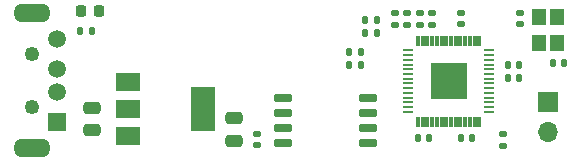
<source format=gbr>
%TF.GenerationSoftware,KiCad,Pcbnew,(6.0.7)*%
%TF.CreationDate,2022-08-26T02:46:55-07:00*%
%TF.ProjectId,RP2040_Injector,52503230-3430-45f4-996e-6a6563746f72,rev?*%
%TF.SameCoordinates,Original*%
%TF.FileFunction,Soldermask,Top*%
%TF.FilePolarity,Negative*%
%FSLAX46Y46*%
G04 Gerber Fmt 4.6, Leading zero omitted, Abs format (unit mm)*
G04 Created by KiCad (PCBNEW (6.0.7)) date 2022-08-26 02:46:55*
%MOMM*%
%LPD*%
G01*
G04 APERTURE LIST*
G04 Aperture macros list*
%AMRoundRect*
0 Rectangle with rounded corners*
0 $1 Rounding radius*
0 $2 $3 $4 $5 $6 $7 $8 $9 X,Y pos of 4 corners*
0 Add a 4 corners polygon primitive as box body*
4,1,4,$2,$3,$4,$5,$6,$7,$8,$9,$2,$3,0*
0 Add four circle primitives for the rounded corners*
1,1,$1+$1,$2,$3*
1,1,$1+$1,$4,$5*
1,1,$1+$1,$6,$7*
1,1,$1+$1,$8,$9*
0 Add four rect primitives between the rounded corners*
20,1,$1+$1,$2,$3,$4,$5,0*
20,1,$1+$1,$4,$5,$6,$7,0*
20,1,$1+$1,$6,$7,$8,$9,0*
20,1,$1+$1,$8,$9,$2,$3,0*%
G04 Aperture macros list end*
%ADD10RoundRect,0.135000X0.135000X0.185000X-0.135000X0.185000X-0.135000X-0.185000X0.135000X-0.185000X0*%
%ADD11RoundRect,0.218750X-0.218750X-0.256250X0.218750X-0.256250X0.218750X0.256250X-0.218750X0.256250X0*%
%ADD12RoundRect,0.135000X-0.135000X-0.185000X0.135000X-0.185000X0.135000X0.185000X-0.135000X0.185000X0*%
%ADD13RoundRect,0.140000X-0.140000X-0.170000X0.140000X-0.170000X0.140000X0.170000X-0.140000X0.170000X0*%
%ADD14R,2.000000X1.500000*%
%ADD15R,2.000000X3.800000*%
%ADD16RoundRect,0.140000X0.170000X-0.140000X0.170000X0.140000X-0.170000X0.140000X-0.170000X-0.140000X0*%
%ADD17RoundRect,0.140000X0.140000X0.170000X-0.140000X0.170000X-0.140000X-0.170000X0.140000X-0.170000X0*%
%ADD18RoundRect,0.150000X0.650000X0.150000X-0.650000X0.150000X-0.650000X-0.150000X0.650000X-0.150000X0*%
%ADD19O,3.150000X1.575000*%
%ADD20C,1.508000*%
%ADD21R,1.508000X1.508000*%
%ADD22C,1.250000*%
%ADD23R,1.700000X1.700000*%
%ADD24O,1.700000X1.700000*%
%ADD25RoundRect,0.250000X0.475000X-0.250000X0.475000X0.250000X-0.475000X0.250000X-0.475000X-0.250000X0*%
%ADD26RoundRect,0.135000X-0.185000X0.135000X-0.185000X-0.135000X0.185000X-0.135000X0.185000X0.135000X0*%
%ADD27RoundRect,0.006000X0.094000X-0.414000X0.094000X0.414000X-0.094000X0.414000X-0.094000X-0.414000X0*%
%ADD28RoundRect,0.020000X0.400000X-0.080000X0.400000X0.080000X-0.400000X0.080000X-0.400000X-0.080000X0*%
%ADD29R,3.100000X3.100000*%
%ADD30R,1.200000X1.400000*%
G04 APERTURE END LIST*
D10*
%TO.C,R1*%
X131290000Y-96900000D03*
X132310000Y-96900000D03*
%TD*%
D11*
%TO.C,D1*%
X132975000Y-95250000D03*
X131400000Y-95250000D03*
%TD*%
D12*
%TO.C,R3*%
X155490000Y-96000000D03*
X156510000Y-96000000D03*
%TD*%
D13*
%TO.C,C15*%
X171350000Y-99650000D03*
X172310000Y-99650000D03*
%TD*%
D14*
%TO.C,U1*%
X135400000Y-101200000D03*
X135400000Y-103500000D03*
D15*
X141700000Y-103500000D03*
D14*
X135400000Y-105800000D03*
%TD*%
D16*
%TO.C,C13*%
X157990000Y-96360000D03*
X157990000Y-95400000D03*
%TD*%
%TO.C,C14*%
X146300000Y-106580000D03*
X146300000Y-105620000D03*
%TD*%
D13*
%TO.C,C4*%
X163545000Y-105950000D03*
X164505000Y-105950000D03*
%TD*%
D17*
%TO.C,C9*%
X155080000Y-98700000D03*
X154120000Y-98700000D03*
%TD*%
D18*
%TO.C,U2*%
X155700000Y-106405000D03*
X155700000Y-105135000D03*
X155700000Y-103865000D03*
X155700000Y-102595000D03*
X148500000Y-102595000D03*
X148500000Y-103865000D03*
X148500000Y-105135000D03*
X148500000Y-106405000D03*
%TD*%
D17*
%TO.C,C12*%
X155080000Y-99800000D03*
X154120000Y-99800000D03*
%TD*%
D19*
%TO.C,J1*%
X127300000Y-95400000D03*
X127300000Y-106800000D03*
D20*
X129400000Y-97600000D03*
X129400000Y-100100000D03*
X129400000Y-102100000D03*
D21*
X129400000Y-104600000D03*
D22*
X127300000Y-103350000D03*
X127300000Y-98850000D03*
%TD*%
D13*
%TO.C,C11*%
X167570000Y-99750000D03*
X168530000Y-99750000D03*
%TD*%
D16*
%TO.C,C10*%
X160090000Y-96360000D03*
X160090000Y-95400000D03*
%TD*%
D13*
%TO.C,C3*%
X159920000Y-105950000D03*
X160880000Y-105950000D03*
%TD*%
D23*
%TO.C,J2*%
X170970000Y-102875000D03*
D24*
X170970000Y-105415000D03*
%TD*%
D16*
%TO.C,C7*%
X161140000Y-96360000D03*
X161140000Y-95400000D03*
%TD*%
D25*
%TO.C,C2*%
X144400000Y-106200000D03*
X144400000Y-104300000D03*
%TD*%
D13*
%TO.C,C5*%
X167570000Y-100850000D03*
X168530000Y-100850000D03*
%TD*%
D16*
%TO.C,C16*%
X168550000Y-96300000D03*
X168550000Y-95340000D03*
%TD*%
D12*
%TO.C,R4*%
X155490000Y-97100000D03*
X156510000Y-97100000D03*
%TD*%
D16*
%TO.C,C8*%
X159040000Y-96360000D03*
X159040000Y-95400000D03*
%TD*%
D26*
%TO.C,R2*%
X167170000Y-105650000D03*
X167170000Y-106670000D03*
%TD*%
D25*
%TO.C,C1*%
X132300000Y-105300000D03*
X132300000Y-103400000D03*
%TD*%
D27*
%TO.C,U3*%
X159935000Y-104585000D03*
X160335000Y-104585000D03*
X160735000Y-104585000D03*
X161135000Y-104585000D03*
X161535000Y-104585000D03*
X161935000Y-104585000D03*
X162335000Y-104585000D03*
X162735000Y-104585000D03*
X163135000Y-104585000D03*
X163535000Y-104585000D03*
X163935000Y-104585000D03*
X164335000Y-104585000D03*
X164735000Y-104585000D03*
X165135000Y-104585000D03*
D28*
X165970000Y-103750000D03*
X165970000Y-103350000D03*
X165970000Y-102950000D03*
X165970000Y-102550000D03*
X165970000Y-102150000D03*
X165970000Y-101750000D03*
X165970000Y-101350000D03*
X165970000Y-100950000D03*
X165970000Y-100550000D03*
X165970000Y-100150000D03*
X165970000Y-99750000D03*
X165970000Y-99350000D03*
X165970000Y-98950000D03*
X165970000Y-98550000D03*
D27*
X165135000Y-97715000D03*
X164735000Y-97715000D03*
X164335000Y-97715000D03*
X163935000Y-97715000D03*
X163535000Y-97715000D03*
X163135000Y-97715000D03*
X162735000Y-97715000D03*
X162335000Y-97715000D03*
X161935000Y-97715000D03*
X161535000Y-97715000D03*
X161135000Y-97715000D03*
X160735000Y-97715000D03*
X160335000Y-97715000D03*
X159935000Y-97715000D03*
D28*
X159100000Y-98550000D03*
X159100000Y-98950000D03*
X159100000Y-99350000D03*
X159100000Y-99750000D03*
X159100000Y-100150000D03*
X159100000Y-100550000D03*
X159100000Y-100950000D03*
X159100000Y-101350000D03*
X159100000Y-101750000D03*
X159100000Y-102150000D03*
X159100000Y-102550000D03*
X159100000Y-102950000D03*
X159100000Y-103350000D03*
X159100000Y-103750000D03*
D29*
X162535000Y-101150000D03*
%TD*%
D30*
%TO.C,HSE1*%
X171750000Y-97950000D03*
X171750000Y-95750000D03*
X170150000Y-95750000D03*
X170150000Y-97950000D03*
%TD*%
D16*
%TO.C,C6*%
X163550000Y-96355000D03*
X163550000Y-95395000D03*
%TD*%
M02*

</source>
